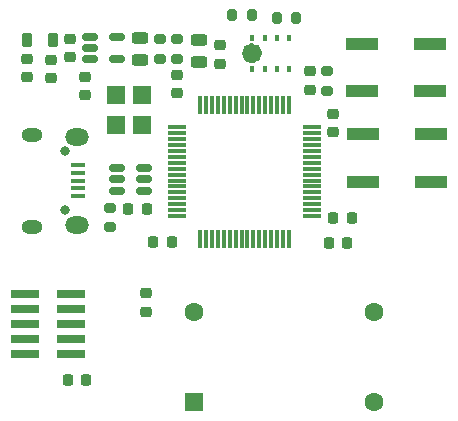
<source format=gbr>
%TF.GenerationSoftware,KiCad,Pcbnew,(6.0.0)*%
%TF.CreationDate,2022-03-30T15:51:48+02:00*%
%TF.ProjectId,USBMIc,5553424d-4963-42e6-9b69-6361645f7063,rev?*%
%TF.SameCoordinates,Original*%
%TF.FileFunction,Soldermask,Top*%
%TF.FilePolarity,Negative*%
%FSLAX46Y46*%
G04 Gerber Fmt 4.6, Leading zero omitted, Abs format (unit mm)*
G04 Created by KiCad (PCBNEW (6.0.0)) date 2022-03-30 15:51:48*
%MOMM*%
%LPD*%
G01*
G04 APERTURE LIST*
G04 Aperture macros list*
%AMRoundRect*
0 Rectangle with rounded corners*
0 $1 Rounding radius*
0 $2 $3 $4 $5 $6 $7 $8 $9 X,Y pos of 4 corners*
0 Add a 4 corners polygon primitive as box body*
4,1,4,$2,$3,$4,$5,$6,$7,$8,$9,$2,$3,0*
0 Add four circle primitives for the rounded corners*
1,1,$1+$1,$2,$3*
1,1,$1+$1,$4,$5*
1,1,$1+$1,$6,$7*
1,1,$1+$1,$8,$9*
0 Add four rect primitives between the rounded corners*
20,1,$1+$1,$2,$3,$4,$5,0*
20,1,$1+$1,$4,$5,$6,$7,0*
20,1,$1+$1,$6,$7,$8,$9,0*
20,1,$1+$1,$8,$9,$2,$3,0*%
G04 Aperture macros list end*
%ADD10C,0.880000*%
%ADD11RoundRect,0.225000X0.250000X-0.225000X0.250000X0.225000X-0.250000X0.225000X-0.250000X-0.225000X0*%
%ADD12RoundRect,0.225000X0.225000X0.250000X-0.225000X0.250000X-0.225000X-0.250000X0.225000X-0.250000X0*%
%ADD13RoundRect,0.225000X-0.225000X-0.250000X0.225000X-0.250000X0.225000X0.250000X-0.225000X0.250000X0*%
%ADD14R,1.500000X1.600000*%
%ADD15R,1.600000X1.600000*%
%ADD16C,1.600000*%
%ADD17RoundRect,0.075000X0.700000X0.075000X-0.700000X0.075000X-0.700000X-0.075000X0.700000X-0.075000X0*%
%ADD18RoundRect,0.075000X0.075000X0.700000X-0.075000X0.700000X-0.075000X-0.700000X0.075000X-0.700000X0*%
%ADD19RoundRect,0.150000X-0.512500X-0.150000X0.512500X-0.150000X0.512500X0.150000X-0.512500X0.150000X0*%
%ADD20R,2.750000X1.000000*%
%ADD21RoundRect,0.200000X0.275000X-0.200000X0.275000X0.200000X-0.275000X0.200000X-0.275000X-0.200000X0*%
%ADD22RoundRect,0.200000X-0.200000X-0.275000X0.200000X-0.275000X0.200000X0.275000X-0.200000X0.275000X0*%
%ADD23RoundRect,0.200000X0.200000X0.275000X-0.200000X0.275000X-0.200000X-0.275000X0.200000X-0.275000X0*%
%ADD24RoundRect,0.200000X-0.275000X0.200000X-0.275000X-0.200000X0.275000X-0.200000X0.275000X0.200000X0*%
%ADD25R,0.400000X0.600000*%
%ADD26C,0.750000*%
%ADD27RoundRect,0.218750X-0.218750X-0.381250X0.218750X-0.381250X0.218750X0.381250X-0.218750X0.381250X0*%
%ADD28R,2.400000X0.740000*%
%ADD29R,1.300000X0.450000*%
%ADD30O,2.000000X1.450000*%
%ADD31O,1.800000X1.150000*%
%ADD32O,0.800000X0.800000*%
%ADD33RoundRect,0.243750X0.456250X-0.243750X0.456250X0.243750X-0.456250X0.243750X-0.456250X-0.243750X0*%
%ADD34RoundRect,0.225000X-0.250000X0.225000X-0.250000X-0.225000X0.250000X-0.225000X0.250000X0.225000X0*%
G04 APERTURE END LIST*
D10*
%TO.C,MK1*%
X88550000Y-62722500D02*
G75*
G03*
X88550000Y-62722500I-440000J0D01*
G01*
%TD*%
D11*
%TO.C,C14*%
X95000000Y-69400000D03*
X95000000Y-67850000D03*
%TD*%
%TO.C,C13*%
X79100000Y-84600000D03*
X79100000Y-83050000D03*
%TD*%
%TO.C,C12*%
X81800000Y-66100000D03*
X81800000Y-64550000D03*
%TD*%
D12*
%TO.C,C11*%
X81300000Y-78700000D03*
X79750000Y-78700000D03*
%TD*%
D11*
%TO.C,C10*%
X93000000Y-65800000D03*
X93000000Y-64250000D03*
%TD*%
D13*
%TO.C,C9*%
X95000000Y-76700000D03*
X96550000Y-76700000D03*
%TD*%
D14*
%TO.C,Y1*%
X76600000Y-66300000D03*
X76600000Y-68840000D03*
X78800000Y-68840000D03*
X78800000Y-66300000D03*
%TD*%
D15*
%TO.C,X1*%
X83180000Y-92210000D03*
D16*
X83180000Y-84590000D03*
X98420000Y-84590000D03*
X98420000Y-92210000D03*
%TD*%
D17*
%TO.C,U3*%
X93150000Y-76500000D03*
X93150000Y-76000000D03*
X93150000Y-75500000D03*
X93150000Y-75000000D03*
X93150000Y-74500000D03*
X93150000Y-74000000D03*
X93150000Y-73500000D03*
X93150000Y-73000000D03*
X93150000Y-72500000D03*
X93150000Y-72000000D03*
X93150000Y-71500000D03*
X93150000Y-71000000D03*
X93150000Y-70500000D03*
X93150000Y-70000000D03*
X93150000Y-69500000D03*
X93150000Y-69000000D03*
D18*
X91225000Y-67075000D03*
X90725000Y-67075000D03*
X90225000Y-67075000D03*
X89725000Y-67075000D03*
X89225000Y-67075000D03*
X88725000Y-67075000D03*
X88225000Y-67075000D03*
X87725000Y-67075000D03*
X87225000Y-67075000D03*
X86725000Y-67075000D03*
X86225000Y-67075000D03*
X85725000Y-67075000D03*
X85225000Y-67075000D03*
X84725000Y-67075000D03*
X84225000Y-67075000D03*
X83725000Y-67075000D03*
D17*
X81800000Y-69000000D03*
X81800000Y-69500000D03*
X81800000Y-70000000D03*
X81800000Y-70500000D03*
X81800000Y-71000000D03*
X81800000Y-71500000D03*
X81800000Y-72000000D03*
X81800000Y-72500000D03*
X81800000Y-73000000D03*
X81800000Y-73500000D03*
X81800000Y-74000000D03*
X81800000Y-74500000D03*
X81800000Y-75000000D03*
X81800000Y-75500000D03*
X81800000Y-76000000D03*
X81800000Y-76500000D03*
D18*
X83725000Y-78425000D03*
X84225000Y-78425000D03*
X84725000Y-78425000D03*
X85225000Y-78425000D03*
X85725000Y-78425000D03*
X86225000Y-78425000D03*
X86725000Y-78425000D03*
X87225000Y-78425000D03*
X87725000Y-78425000D03*
X88225000Y-78425000D03*
X88725000Y-78425000D03*
X89225000Y-78425000D03*
X89725000Y-78425000D03*
X90225000Y-78425000D03*
X90725000Y-78425000D03*
X91225000Y-78425000D03*
%TD*%
D19*
%TO.C,U2*%
X74400000Y-61350000D03*
X74400000Y-62300000D03*
X74400000Y-63250000D03*
X76675000Y-63250000D03*
X76675000Y-61350000D03*
%TD*%
%TO.C,U1*%
X76662500Y-72450000D03*
X76662500Y-73400000D03*
X76662500Y-74350000D03*
X78937500Y-74350000D03*
X78937500Y-73400000D03*
X78937500Y-72450000D03*
%TD*%
D20*
%TO.C,SW2*%
X97550000Y-69600000D03*
X103300000Y-69600000D03*
X103300000Y-73600000D03*
X97550000Y-73600000D03*
%TD*%
%TO.C,SW1*%
X97450000Y-61900000D03*
X103200000Y-61900000D03*
X103200000Y-65900000D03*
X97450000Y-65900000D03*
%TD*%
D21*
%TO.C,R6*%
X80300000Y-63200000D03*
X80300000Y-61550000D03*
%TD*%
%TO.C,R5*%
X81800000Y-63200000D03*
X81800000Y-61550000D03*
%TD*%
%TO.C,R4*%
X94500000Y-65900000D03*
X94500000Y-64250000D03*
%TD*%
D22*
%TO.C,R3*%
X90200000Y-59700000D03*
X91850000Y-59700000D03*
%TD*%
D23*
%TO.C,R2*%
X88100000Y-59500000D03*
X86450000Y-59500000D03*
%TD*%
D24*
%TO.C,R1*%
X76100000Y-75800000D03*
X76100000Y-77450000D03*
%TD*%
D25*
%TO.C,MK1*%
X91270000Y-61392500D03*
X90220000Y-61392500D03*
X91270000Y-64052500D03*
X90220000Y-64052500D03*
D26*
X88110000Y-62722500D03*
D25*
X89170000Y-61392500D03*
X88120000Y-61392500D03*
X89170000Y-64052500D03*
X88120000Y-64052500D03*
%TD*%
D27*
%TO.C,L1*%
X69100000Y-61600000D03*
X71225000Y-61600000D03*
%TD*%
D28*
%TO.C,J2*%
X68900000Y-83100000D03*
X72800000Y-83100000D03*
X68900000Y-84370000D03*
X72800000Y-84370000D03*
X68900000Y-85640000D03*
X72800000Y-85640000D03*
X68900000Y-86910000D03*
X72800000Y-86910000D03*
X68900000Y-88180000D03*
X72800000Y-88180000D03*
%TD*%
D29*
%TO.C,J1*%
X73350000Y-72225000D03*
X73350000Y-72875000D03*
X73350000Y-73525000D03*
X73350000Y-74175000D03*
X73350000Y-74825000D03*
D30*
X73300000Y-69800000D03*
X73300000Y-77250000D03*
D31*
X69500000Y-69650000D03*
X69500000Y-77400000D03*
D32*
X72250000Y-71025000D03*
X72250000Y-76025000D03*
%TD*%
D33*
%TO.C,D2*%
X78600000Y-63300000D03*
X78600000Y-61425000D03*
%TD*%
%TO.C,D1*%
X83600000Y-63500000D03*
X83600000Y-61625000D03*
%TD*%
D13*
%TO.C,C8*%
X72500000Y-90400000D03*
X74050000Y-90400000D03*
%TD*%
D11*
%TO.C,C7*%
X85400000Y-63600000D03*
X85400000Y-62050000D03*
%TD*%
D13*
%TO.C,C6*%
X94600000Y-78800000D03*
X96150000Y-78800000D03*
%TD*%
D12*
%TO.C,C5*%
X79200000Y-75900000D03*
X77650000Y-75900000D03*
%TD*%
D34*
%TO.C,C4*%
X72700000Y-61500000D03*
X72700000Y-63050000D03*
%TD*%
%TO.C,C3*%
X71100000Y-63300000D03*
X71100000Y-64850000D03*
%TD*%
%TO.C,C2*%
X74000000Y-64700000D03*
X74000000Y-66250000D03*
%TD*%
%TO.C,C1*%
X69100000Y-63200000D03*
X69100000Y-64750000D03*
%TD*%
M02*

</source>
